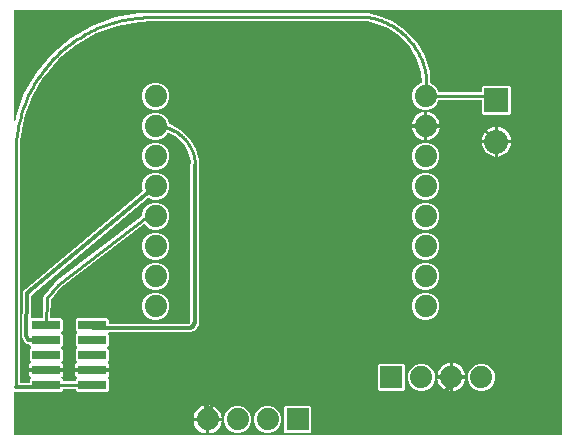
<source format=gbr>
G04 EAGLE Gerber X2 export*
%TF.Part,Single*%
%TF.FileFunction,Copper,L1,Top,Mixed*%
%TF.FilePolarity,Positive*%
%TF.GenerationSoftware,Autodesk,EAGLE,8.6.0*%
%TF.CreationDate,2018-10-27T03:19:52Z*%
G75*
%MOMM*%
%FSLAX34Y34*%
%LPD*%
%AMOC8*
5,1,8,0,0,1.08239X$1,22.5*%
G01*
%ADD10R,1.879600X1.879600*%
%ADD11C,1.879600*%
%ADD12R,2.400000X0.750000*%
%ADD13R,2.032000X2.032000*%
%ADD14C,2.032000*%
%ADD15C,0.254000*%
%ADD16C,0.304800*%

G36*
X468396Y3560D02*
X468396Y3560D01*
X468415Y3558D01*
X468517Y3580D01*
X468619Y3596D01*
X468636Y3606D01*
X468656Y3610D01*
X468745Y3663D01*
X468836Y3712D01*
X468850Y3726D01*
X468867Y3736D01*
X468934Y3815D01*
X469006Y3890D01*
X469014Y3908D01*
X469027Y3923D01*
X469066Y4019D01*
X469109Y4113D01*
X469111Y4133D01*
X469119Y4151D01*
X469137Y4318D01*
X469137Y362966D01*
X469134Y362986D01*
X469136Y363005D01*
X469114Y363107D01*
X469098Y363209D01*
X469088Y363226D01*
X469084Y363246D01*
X469031Y363335D01*
X468982Y363426D01*
X468968Y363440D01*
X468958Y363457D01*
X468879Y363524D01*
X468804Y363596D01*
X468786Y363604D01*
X468771Y363617D01*
X468675Y363656D01*
X468581Y363699D01*
X468561Y363701D01*
X468543Y363709D01*
X468376Y363727D01*
X5334Y363727D01*
X5314Y363724D01*
X5295Y363726D01*
X5193Y363704D01*
X5091Y363688D01*
X5074Y363678D01*
X5054Y363674D01*
X4965Y363621D01*
X4874Y363572D01*
X4860Y363558D01*
X4843Y363548D01*
X4776Y363469D01*
X4704Y363394D01*
X4696Y363376D01*
X4683Y363361D01*
X4644Y363265D01*
X4601Y363171D01*
X4599Y363151D01*
X4591Y363133D01*
X4573Y362966D01*
X4573Y270741D01*
X4575Y270727D01*
X4574Y270716D01*
X4582Y270679D01*
X4581Y270628D01*
X4602Y270564D01*
X4612Y270499D01*
X4639Y270448D01*
X4657Y270394D01*
X4696Y270340D01*
X4728Y270281D01*
X4769Y270242D01*
X4803Y270196D01*
X4858Y270158D01*
X4906Y270112D01*
X4958Y270088D01*
X5005Y270055D01*
X5069Y270036D01*
X5129Y270008D01*
X5186Y270002D01*
X5241Y269986D01*
X5307Y269989D01*
X5373Y269981D01*
X5429Y269993D01*
X5487Y269996D01*
X5549Y270019D01*
X5614Y270033D01*
X5663Y270063D01*
X5716Y270083D01*
X5768Y270126D01*
X5825Y270160D01*
X5862Y270203D01*
X5906Y270240D01*
X5942Y270296D01*
X5985Y270347D01*
X6006Y270400D01*
X6037Y270448D01*
X6061Y270532D01*
X6070Y270550D01*
X6071Y270559D01*
X6077Y270575D01*
X6079Y270592D01*
X6084Y270609D01*
X6628Y273698D01*
X13682Y293077D01*
X23993Y310936D01*
X37248Y326734D01*
X53046Y339989D01*
X70905Y350300D01*
X90284Y357354D01*
X110593Y360935D01*
X302961Y360935D01*
X302994Y360940D01*
X303028Y360938D01*
X303115Y360960D01*
X303204Y360974D01*
X303233Y360990D01*
X303266Y360999D01*
X303411Y361082D01*
X303441Y361104D01*
X304487Y360944D01*
X304520Y360944D01*
X304602Y360935D01*
X305660Y360935D01*
X305686Y360909D01*
X305713Y360889D01*
X305735Y360864D01*
X305813Y360818D01*
X305886Y360765D01*
X305918Y360755D01*
X305947Y360738D01*
X306109Y360694D01*
X311686Y359838D01*
X324655Y354708D01*
X336158Y346819D01*
X345617Y336570D01*
X352557Y324472D01*
X356632Y311133D01*
X357291Y302010D01*
X357312Y301923D01*
X357325Y301834D01*
X357340Y301804D01*
X357348Y301771D01*
X357396Y301695D01*
X357436Y301615D01*
X357460Y301591D01*
X357478Y301562D01*
X357548Y301505D01*
X357612Y301442D01*
X357650Y301421D01*
X357669Y301406D01*
X357698Y301395D01*
X357759Y301361D01*
X359789Y300520D01*
X363004Y297305D01*
X364124Y294603D01*
X364185Y294503D01*
X364245Y294403D01*
X364250Y294399D01*
X364253Y294394D01*
X364343Y294319D01*
X364432Y294243D01*
X364438Y294241D01*
X364443Y294237D01*
X364551Y294195D01*
X364660Y294151D01*
X364668Y294150D01*
X364673Y294149D01*
X364691Y294148D01*
X364827Y294133D01*
X400304Y294133D01*
X400324Y294136D01*
X400343Y294134D01*
X400445Y294156D01*
X400547Y294172D01*
X400564Y294182D01*
X400584Y294186D01*
X400673Y294239D01*
X400764Y294288D01*
X400778Y294302D01*
X400795Y294312D01*
X400862Y294391D01*
X400934Y294466D01*
X400942Y294484D01*
X400955Y294499D01*
X400994Y294595D01*
X401037Y294689D01*
X401039Y294709D01*
X401047Y294727D01*
X401065Y294894D01*
X401065Y298276D01*
X402256Y299467D01*
X424260Y299467D01*
X425451Y298276D01*
X425451Y276272D01*
X424260Y275081D01*
X402256Y275081D01*
X401065Y276272D01*
X401065Y286766D01*
X401064Y286776D01*
X401064Y286781D01*
X401062Y286789D01*
X401064Y286805D01*
X401042Y286907D01*
X401026Y287009D01*
X401016Y287026D01*
X401012Y287046D01*
X400959Y287135D01*
X400910Y287226D01*
X400896Y287240D01*
X400886Y287257D01*
X400807Y287324D01*
X400732Y287396D01*
X400714Y287404D01*
X400699Y287417D01*
X400603Y287456D01*
X400509Y287499D01*
X400489Y287501D01*
X400471Y287509D01*
X400304Y287527D01*
X364827Y287527D01*
X364712Y287508D01*
X364596Y287491D01*
X364591Y287489D01*
X364584Y287488D01*
X364482Y287433D01*
X364377Y287380D01*
X364373Y287375D01*
X364367Y287372D01*
X364287Y287288D01*
X364205Y287204D01*
X364201Y287198D01*
X364198Y287194D01*
X364190Y287177D01*
X364124Y287057D01*
X363004Y284355D01*
X359789Y281140D01*
X355588Y279399D01*
X351040Y279399D01*
X346839Y281140D01*
X343624Y284355D01*
X341883Y288556D01*
X341883Y293104D01*
X343624Y297305D01*
X346839Y300520D01*
X349820Y301755D01*
X349838Y301767D01*
X349859Y301773D01*
X349942Y301831D01*
X350029Y301885D01*
X350043Y301901D01*
X350060Y301914D01*
X350121Y301996D01*
X350186Y302074D01*
X350194Y302094D01*
X350206Y302112D01*
X350238Y302209D01*
X350274Y302304D01*
X350275Y302325D01*
X350282Y302346D01*
X350288Y302513D01*
X349764Y309766D01*
X349764Y309768D01*
X349764Y309769D01*
X349733Y309934D01*
X346166Y321611D01*
X346165Y321612D01*
X346165Y321614D01*
X346098Y321767D01*
X340022Y332358D01*
X340021Y332359D01*
X340021Y332361D01*
X339921Y332496D01*
X331641Y341469D01*
X331640Y341470D01*
X331639Y341471D01*
X331512Y341580D01*
X321442Y348486D01*
X321441Y348487D01*
X321440Y348487D01*
X321292Y348566D01*
X309938Y353058D01*
X309906Y353065D01*
X309815Y353095D01*
X304055Y354313D01*
X304040Y354313D01*
X303898Y354329D01*
X120904Y354329D01*
X120891Y354327D01*
X120871Y354329D01*
X111241Y353908D01*
X111210Y353902D01*
X111142Y353897D01*
X92175Y350553D01*
X92145Y350543D01*
X92047Y350519D01*
X73949Y343931D01*
X73921Y343916D01*
X73828Y343875D01*
X57149Y334245D01*
X57125Y334225D01*
X57040Y334169D01*
X57039Y334168D01*
X42286Y321789D01*
X42266Y321766D01*
X42193Y321696D01*
X29813Y306942D01*
X29797Y306915D01*
X29737Y306833D01*
X20107Y290154D01*
X20096Y290124D01*
X20051Y290033D01*
X13463Y271935D01*
X13458Y271904D01*
X13429Y271807D01*
X10085Y252840D01*
X10084Y252808D01*
X10074Y252741D01*
X9653Y243111D01*
X9655Y243099D01*
X9653Y243078D01*
X9653Y48514D01*
X9656Y48494D01*
X9654Y48475D01*
X9676Y48373D01*
X9692Y48271D01*
X9702Y48254D01*
X9706Y48234D01*
X9759Y48145D01*
X9808Y48054D01*
X9822Y48040D01*
X9832Y48023D01*
X9911Y47956D01*
X9986Y47884D01*
X10004Y47876D01*
X10019Y47863D01*
X10115Y47824D01*
X10209Y47781D01*
X10229Y47779D01*
X10247Y47771D01*
X10414Y47753D01*
X17268Y47753D01*
X17288Y47756D01*
X17307Y47754D01*
X17409Y47776D01*
X17511Y47792D01*
X17528Y47802D01*
X17548Y47806D01*
X17637Y47859D01*
X17728Y47908D01*
X17742Y47922D01*
X17759Y47932D01*
X17826Y48011D01*
X17898Y48086D01*
X17906Y48104D01*
X17919Y48119D01*
X17958Y48215D01*
X18001Y48309D01*
X18003Y48329D01*
X18011Y48347D01*
X18029Y48514D01*
X18029Y50820D01*
X18975Y51765D01*
X19021Y51830D01*
X19039Y51849D01*
X19047Y51866D01*
X19115Y51958D01*
X19116Y51962D01*
X19118Y51965D01*
X19153Y52078D01*
X19189Y52192D01*
X19189Y52196D01*
X19191Y52200D01*
X19188Y52319D01*
X19186Y52438D01*
X19184Y52442D01*
X19184Y52446D01*
X19144Y52557D01*
X19104Y52670D01*
X19101Y52673D01*
X19100Y52677D01*
X19026Y52770D01*
X18952Y52864D01*
X18948Y52867D01*
X18946Y52869D01*
X18934Y52877D01*
X18817Y52963D01*
X18502Y53145D01*
X18029Y53618D01*
X17694Y54197D01*
X17521Y54844D01*
X17521Y57405D01*
X31300Y57405D01*
X31320Y57408D01*
X31339Y57406D01*
X31441Y57428D01*
X31543Y57445D01*
X31560Y57454D01*
X31580Y57458D01*
X31669Y57511D01*
X31760Y57560D01*
X31774Y57574D01*
X31791Y57584D01*
X31858Y57663D01*
X31929Y57738D01*
X31938Y57756D01*
X31951Y57771D01*
X31990Y57867D01*
X32033Y57961D01*
X32035Y57981D01*
X32043Y57999D01*
X32061Y58166D01*
X32061Y59690D01*
X32058Y59710D01*
X32060Y59729D01*
X32038Y59831D01*
X32021Y59933D01*
X32012Y59950D01*
X32008Y59970D01*
X31955Y60059D01*
X31906Y60150D01*
X31892Y60164D01*
X31882Y60181D01*
X31803Y60248D01*
X31728Y60319D01*
X31710Y60328D01*
X31695Y60341D01*
X31599Y60380D01*
X31505Y60423D01*
X31485Y60425D01*
X31467Y60433D01*
X31300Y60451D01*
X17521Y60451D01*
X17521Y63012D01*
X17694Y63659D01*
X18029Y64238D01*
X18502Y64711D01*
X18817Y64893D01*
X18909Y64968D01*
X19002Y65043D01*
X19004Y65046D01*
X19007Y65049D01*
X19070Y65149D01*
X19135Y65250D01*
X19136Y65254D01*
X19138Y65257D01*
X19166Y65373D01*
X19195Y65488D01*
X19195Y65492D01*
X19196Y65496D01*
X19185Y65613D01*
X19176Y65733D01*
X19174Y65737D01*
X19174Y65741D01*
X19126Y65850D01*
X19080Y65960D01*
X19076Y65964D01*
X19075Y65967D01*
X19066Y65977D01*
X18975Y66091D01*
X18029Y67036D01*
X18029Y76220D01*
X19249Y77440D01*
X19261Y77456D01*
X19276Y77468D01*
X19332Y77556D01*
X19393Y77639D01*
X19398Y77658D01*
X19409Y77675D01*
X19434Y77776D01*
X19465Y77875D01*
X19464Y77894D01*
X19469Y77914D01*
X19461Y78017D01*
X19459Y78120D01*
X19452Y78139D01*
X19450Y78159D01*
X19410Y78254D01*
X19374Y78351D01*
X19362Y78367D01*
X19354Y78385D01*
X19249Y78516D01*
X18029Y79736D01*
X18029Y79879D01*
X18023Y79920D01*
X18025Y79961D01*
X18003Y80040D01*
X17990Y80122D01*
X17970Y80158D01*
X17959Y80198D01*
X17913Y80266D01*
X17874Y80339D01*
X17845Y80367D01*
X17821Y80402D01*
X17756Y80452D01*
X17696Y80509D01*
X17659Y80526D01*
X17626Y80551D01*
X17548Y80577D01*
X17473Y80612D01*
X17432Y80617D01*
X17393Y80630D01*
X17310Y80630D01*
X17229Y80639D01*
X17188Y80630D01*
X17147Y80631D01*
X16994Y80588D01*
X16988Y80587D01*
X16987Y80586D01*
X16985Y80586D01*
X16717Y80479D01*
X16178Y80710D01*
X16110Y80727D01*
X16044Y80753D01*
X15970Y80761D01*
X15939Y80769D01*
X15917Y80767D01*
X15878Y80771D01*
X15291Y80771D01*
X14837Y81225D01*
X14788Y81261D01*
X14745Y81304D01*
X14664Y81350D01*
X14637Y81369D01*
X14622Y81373D01*
X14599Y81386D01*
X14009Y81639D01*
X13791Y82184D01*
X13755Y82244D01*
X13727Y82309D01*
X13681Y82367D01*
X13664Y82395D01*
X13647Y82409D01*
X13622Y82440D01*
X13207Y82855D01*
X13207Y83496D01*
X13205Y83513D01*
X13206Y83527D01*
X13197Y83568D01*
X13198Y83618D01*
X13173Y83707D01*
X13168Y83739D01*
X13160Y83754D01*
X13153Y83779D01*
X12249Y86039D01*
X12217Y86092D01*
X12194Y86150D01*
X12139Y86221D01*
X12122Y86249D01*
X12112Y86258D01*
X12109Y86263D01*
X12104Y86267D01*
X12092Y86283D01*
X11653Y86741D01*
X11665Y87335D01*
X11656Y87403D01*
X11656Y87472D01*
X11635Y87546D01*
X11631Y87578D01*
X11621Y87598D01*
X11611Y87634D01*
X11391Y88185D01*
X11641Y88769D01*
X11656Y88829D01*
X11680Y88886D01*
X11692Y88976D01*
X11700Y89007D01*
X11698Y89024D01*
X11702Y89052D01*
X12411Y122154D01*
X12402Y122219D01*
X12403Y122285D01*
X12385Y122340D01*
X12377Y122398D01*
X12347Y122457D01*
X12327Y122519D01*
X12326Y122520D01*
X12446Y123868D01*
X12445Y123888D01*
X12449Y123920D01*
X12478Y125284D01*
X12484Y125296D01*
X12519Y125342D01*
X12540Y125404D01*
X12570Y125463D01*
X12570Y125464D01*
X13608Y126333D01*
X13621Y126347D01*
X13646Y126367D01*
X14632Y127311D01*
X14644Y127315D01*
X14702Y127323D01*
X14761Y127353D01*
X14823Y127373D01*
X14892Y127419D01*
X14922Y127434D01*
X14935Y127448D01*
X14963Y127466D01*
X113670Y210029D01*
X113688Y210050D01*
X113711Y210066D01*
X113768Y210143D01*
X113790Y210168D01*
X113809Y210189D01*
X113811Y210193D01*
X113831Y210215D01*
X113841Y210241D01*
X113858Y210263D01*
X113887Y210354D01*
X113894Y210372D01*
X113913Y210412D01*
X113914Y210419D01*
X113923Y210443D01*
X113925Y210471D01*
X113934Y210497D01*
X113933Y210592D01*
X113940Y210656D01*
X113938Y210667D01*
X113939Y210688D01*
X113932Y210715D01*
X113931Y210743D01*
X113890Y210885D01*
X113888Y210897D01*
X113886Y210899D01*
X113885Y210904D01*
X113283Y212356D01*
X113283Y216904D01*
X115024Y221105D01*
X118239Y224320D01*
X122440Y226061D01*
X126988Y226061D01*
X131189Y224320D01*
X134404Y221105D01*
X136145Y216904D01*
X136145Y212356D01*
X134404Y208155D01*
X131189Y204940D01*
X126988Y203199D01*
X122440Y203199D01*
X118955Y204643D01*
X118873Y204662D01*
X118795Y204690D01*
X118754Y204690D01*
X118715Y204699D01*
X118632Y204691D01*
X118549Y204692D01*
X118511Y204680D01*
X118470Y204676D01*
X118394Y204642D01*
X118315Y204616D01*
X118271Y204587D01*
X118246Y204576D01*
X118224Y204556D01*
X118175Y204524D01*
X19789Y122228D01*
X19713Y122140D01*
X19635Y122053D01*
X19632Y122047D01*
X19628Y122042D01*
X19584Y121935D01*
X19538Y121827D01*
X19537Y121819D01*
X19535Y121814D01*
X19534Y121795D01*
X19516Y121661D01*
X19129Y103588D01*
X19133Y103560D01*
X19129Y103533D01*
X19150Y103439D01*
X19163Y103345D01*
X19176Y103320D01*
X19182Y103292D01*
X19231Y103210D01*
X19274Y103125D01*
X19294Y103105D01*
X19308Y103081D01*
X19380Y103019D01*
X19448Y102952D01*
X19473Y102939D01*
X19495Y102921D01*
X19583Y102885D01*
X19669Y102843D01*
X19697Y102840D01*
X19723Y102829D01*
X19890Y102811D01*
X28218Y102811D01*
X28225Y102812D01*
X28232Y102811D01*
X28346Y102832D01*
X28461Y102850D01*
X28467Y102854D01*
X28474Y102855D01*
X28576Y102911D01*
X28678Y102966D01*
X28683Y102971D01*
X28689Y102974D01*
X28768Y103060D01*
X28848Y103144D01*
X28851Y103150D01*
X28855Y103155D01*
X28902Y103262D01*
X28951Y103367D01*
X28952Y103374D01*
X28955Y103380D01*
X28979Y103546D01*
X29513Y119246D01*
X29509Y119277D01*
X29512Y119306D01*
X29509Y119323D01*
X29509Y119358D01*
X29388Y120420D01*
X29404Y120440D01*
X29421Y120471D01*
X29445Y120497D01*
X29481Y120578D01*
X29524Y120654D01*
X29530Y120689D01*
X29545Y120722D01*
X29569Y120888D01*
X29570Y120913D01*
X30350Y121643D01*
X30370Y121669D01*
X30426Y121725D01*
X38457Y131817D01*
X38516Y131924D01*
X38576Y132029D01*
X38576Y132031D01*
X38577Y132032D01*
X38578Y132038D01*
X38616Y132192D01*
X38647Y132431D01*
X39337Y132960D01*
X39343Y132966D01*
X39351Y132971D01*
X39469Y133090D01*
X40010Y133770D01*
X40250Y133797D01*
X40365Y133830D01*
X40484Y133863D01*
X40485Y133864D01*
X40486Y133864D01*
X40491Y133867D01*
X40627Y133950D01*
X112985Y189461D01*
X112998Y189474D01*
X113013Y189483D01*
X113082Y189564D01*
X113139Y189625D01*
X113149Y189635D01*
X113154Y189640D01*
X113161Y189657D01*
X113173Y189670D01*
X113212Y189768D01*
X113256Y189864D01*
X113258Y189882D01*
X113265Y189898D01*
X113283Y190065D01*
X113283Y191504D01*
X115024Y195705D01*
X118239Y198920D01*
X122440Y200661D01*
X126988Y200661D01*
X131189Y198920D01*
X134404Y195705D01*
X136145Y191504D01*
X136145Y186956D01*
X134404Y182755D01*
X131189Y179540D01*
X126988Y177799D01*
X122440Y177799D01*
X118239Y179540D01*
X115527Y182252D01*
X115451Y182306D01*
X115380Y182366D01*
X115352Y182377D01*
X115327Y182395D01*
X115238Y182422D01*
X115151Y182457D01*
X115121Y182459D01*
X115092Y182467D01*
X114999Y182465D01*
X114906Y182470D01*
X114877Y182462D01*
X114846Y182461D01*
X114759Y182429D01*
X114669Y182404D01*
X114636Y182384D01*
X114615Y182377D01*
X114590Y182356D01*
X114525Y182317D01*
X44149Y128326D01*
X44143Y128320D01*
X44135Y128315D01*
X44017Y128196D01*
X36244Y118428D01*
X36227Y118397D01*
X36203Y118371D01*
X36167Y118290D01*
X36124Y118213D01*
X36118Y118178D01*
X36103Y118146D01*
X36079Y117980D01*
X35590Y103598D01*
X35594Y103565D01*
X35591Y103533D01*
X35610Y103444D01*
X35622Y103354D01*
X35636Y103324D01*
X35643Y103292D01*
X35689Y103214D01*
X35729Y103133D01*
X35752Y103109D01*
X35769Y103081D01*
X35838Y103022D01*
X35902Y102957D01*
X35931Y102943D01*
X35956Y102921D01*
X36040Y102887D01*
X36121Y102846D01*
X36154Y102841D01*
X36184Y102829D01*
X36351Y102811D01*
X44904Y102811D01*
X46095Y101620D01*
X46095Y92436D01*
X44875Y91216D01*
X44863Y91200D01*
X44848Y91188D01*
X44792Y91100D01*
X44731Y91017D01*
X44726Y90998D01*
X44715Y90981D01*
X44690Y90880D01*
X44659Y90781D01*
X44660Y90762D01*
X44655Y90742D01*
X44663Y90639D01*
X44665Y90536D01*
X44672Y90517D01*
X44674Y90497D01*
X44714Y90402D01*
X44750Y90305D01*
X44762Y90289D01*
X44770Y90271D01*
X44875Y90140D01*
X46095Y88920D01*
X46095Y79736D01*
X44875Y78516D01*
X44863Y78500D01*
X44848Y78488D01*
X44792Y78400D01*
X44731Y78317D01*
X44726Y78298D01*
X44715Y78281D01*
X44690Y78180D01*
X44659Y78081D01*
X44660Y78062D01*
X44655Y78042D01*
X44663Y77939D01*
X44665Y77836D01*
X44672Y77817D01*
X44674Y77797D01*
X44714Y77702D01*
X44750Y77605D01*
X44762Y77589D01*
X44770Y77571D01*
X44875Y77440D01*
X46095Y76220D01*
X46095Y67036D01*
X45149Y66091D01*
X45080Y65994D01*
X45009Y65898D01*
X45008Y65894D01*
X45006Y65891D01*
X44971Y65778D01*
X44935Y65664D01*
X44935Y65660D01*
X44933Y65656D01*
X44936Y65537D01*
X44938Y65418D01*
X44940Y65414D01*
X44940Y65410D01*
X44980Y65299D01*
X45020Y65186D01*
X45023Y65183D01*
X45024Y65179D01*
X45098Y65086D01*
X45172Y64992D01*
X45176Y64989D01*
X45178Y64987D01*
X45190Y64979D01*
X45307Y64893D01*
X45622Y64711D01*
X46095Y64238D01*
X46430Y63659D01*
X46603Y63012D01*
X46603Y60451D01*
X32824Y60451D01*
X32804Y60448D01*
X32785Y60450D01*
X32683Y60428D01*
X32581Y60411D01*
X32564Y60402D01*
X32544Y60398D01*
X32455Y60345D01*
X32364Y60296D01*
X32350Y60282D01*
X32333Y60272D01*
X32266Y60193D01*
X32195Y60118D01*
X32186Y60100D01*
X32173Y60085D01*
X32134Y59989D01*
X32091Y59895D01*
X32089Y59875D01*
X32081Y59857D01*
X32063Y59690D01*
X32063Y58166D01*
X32066Y58146D01*
X32064Y58127D01*
X32086Y58025D01*
X32103Y57923D01*
X32112Y57906D01*
X32116Y57886D01*
X32169Y57797D01*
X32218Y57706D01*
X32232Y57692D01*
X32242Y57675D01*
X32321Y57608D01*
X32396Y57537D01*
X32414Y57528D01*
X32429Y57515D01*
X32525Y57476D01*
X32619Y57433D01*
X32639Y57431D01*
X32657Y57423D01*
X32824Y57405D01*
X46603Y57405D01*
X46603Y54844D01*
X46430Y54197D01*
X46095Y53618D01*
X45622Y53145D01*
X45307Y52963D01*
X45215Y52888D01*
X45122Y52813D01*
X45120Y52810D01*
X45117Y52807D01*
X45054Y52707D01*
X44989Y52606D01*
X44988Y52602D01*
X44986Y52599D01*
X44958Y52483D01*
X44929Y52368D01*
X44929Y52364D01*
X44928Y52360D01*
X44939Y52241D01*
X44948Y52123D01*
X44950Y52119D01*
X44950Y52115D01*
X44998Y52006D01*
X45044Y51896D01*
X45048Y51892D01*
X45049Y51889D01*
X45058Y51879D01*
X45132Y51787D01*
X45133Y51786D01*
X45133Y51785D01*
X45149Y51765D01*
X46095Y50820D01*
X46095Y50292D01*
X46098Y50272D01*
X46096Y50253D01*
X46118Y50151D01*
X46134Y50049D01*
X46144Y50032D01*
X46148Y50012D01*
X46201Y49923D01*
X46250Y49832D01*
X46264Y49818D01*
X46274Y49801D01*
X46353Y49734D01*
X46428Y49662D01*
X46446Y49654D01*
X46461Y49641D01*
X46557Y49602D01*
X46651Y49559D01*
X46671Y49557D01*
X46689Y49549D01*
X46856Y49531D01*
X56268Y49531D01*
X56288Y49534D01*
X56307Y49532D01*
X56409Y49554D01*
X56511Y49570D01*
X56528Y49580D01*
X56548Y49584D01*
X56637Y49637D01*
X56728Y49686D01*
X56742Y49700D01*
X56759Y49710D01*
X56826Y49789D01*
X56898Y49864D01*
X56906Y49882D01*
X56919Y49897D01*
X56957Y49993D01*
X57001Y50087D01*
X57003Y50107D01*
X57011Y50125D01*
X57029Y50292D01*
X57029Y50820D01*
X57975Y51765D01*
X58021Y51830D01*
X58039Y51849D01*
X58047Y51866D01*
X58115Y51958D01*
X58116Y51962D01*
X58118Y51965D01*
X58153Y52078D01*
X58189Y52192D01*
X58189Y52196D01*
X58191Y52200D01*
X58188Y52319D01*
X58186Y52438D01*
X58184Y52442D01*
X58184Y52446D01*
X58144Y52557D01*
X58104Y52670D01*
X58101Y52673D01*
X58100Y52677D01*
X58026Y52770D01*
X57952Y52864D01*
X57948Y52867D01*
X57946Y52869D01*
X57934Y52877D01*
X57817Y52963D01*
X57502Y53145D01*
X57029Y53618D01*
X56694Y54197D01*
X56521Y54844D01*
X56521Y57405D01*
X70300Y57405D01*
X70320Y57408D01*
X70339Y57406D01*
X70441Y57428D01*
X70543Y57445D01*
X70560Y57454D01*
X70580Y57458D01*
X70669Y57511D01*
X70760Y57560D01*
X70774Y57574D01*
X70791Y57584D01*
X70858Y57663D01*
X70929Y57738D01*
X70938Y57756D01*
X70951Y57771D01*
X70990Y57867D01*
X71033Y57961D01*
X71035Y57981D01*
X71043Y57999D01*
X71061Y58166D01*
X71061Y59690D01*
X71058Y59710D01*
X71060Y59729D01*
X71038Y59831D01*
X71021Y59933D01*
X71012Y59950D01*
X71008Y59970D01*
X70955Y60059D01*
X70906Y60150D01*
X70892Y60164D01*
X70882Y60181D01*
X70803Y60248D01*
X70728Y60319D01*
X70710Y60328D01*
X70695Y60341D01*
X70599Y60380D01*
X70505Y60423D01*
X70485Y60425D01*
X70467Y60433D01*
X70300Y60451D01*
X56521Y60451D01*
X56521Y63012D01*
X56694Y63659D01*
X57029Y64238D01*
X57502Y64711D01*
X57817Y64893D01*
X57909Y64968D01*
X58002Y65043D01*
X58004Y65046D01*
X58007Y65049D01*
X58070Y65149D01*
X58135Y65250D01*
X58136Y65254D01*
X58138Y65257D01*
X58166Y65373D01*
X58195Y65488D01*
X58195Y65492D01*
X58196Y65496D01*
X58185Y65613D01*
X58176Y65733D01*
X58174Y65737D01*
X58174Y65741D01*
X58126Y65850D01*
X58080Y65960D01*
X58076Y65964D01*
X58075Y65967D01*
X58066Y65977D01*
X57975Y66091D01*
X57029Y67036D01*
X57029Y76220D01*
X58249Y77440D01*
X58261Y77456D01*
X58276Y77468D01*
X58332Y77556D01*
X58393Y77639D01*
X58398Y77658D01*
X58409Y77675D01*
X58434Y77776D01*
X58465Y77875D01*
X58464Y77894D01*
X58469Y77914D01*
X58461Y78017D01*
X58459Y78120D01*
X58452Y78139D01*
X58450Y78159D01*
X58410Y78254D01*
X58374Y78351D01*
X58362Y78367D01*
X58354Y78385D01*
X58249Y78516D01*
X57029Y79736D01*
X57029Y88920D01*
X58249Y90140D01*
X58261Y90156D01*
X58276Y90168D01*
X58332Y90256D01*
X58393Y90339D01*
X58398Y90358D01*
X58409Y90375D01*
X58434Y90476D01*
X58465Y90575D01*
X58464Y90594D01*
X58469Y90614D01*
X58461Y90717D01*
X58459Y90820D01*
X58452Y90839D01*
X58450Y90859D01*
X58410Y90954D01*
X58374Y91051D01*
X58362Y91067D01*
X58354Y91085D01*
X58249Y91216D01*
X57029Y92436D01*
X57029Y101620D01*
X58220Y102811D01*
X83904Y102811D01*
X85095Y101620D01*
X85095Y98552D01*
X85098Y98532D01*
X85096Y98513D01*
X85118Y98411D01*
X85134Y98309D01*
X85144Y98292D01*
X85148Y98272D01*
X85201Y98183D01*
X85250Y98092D01*
X85264Y98078D01*
X85274Y98061D01*
X85353Y97994D01*
X85428Y97922D01*
X85446Y97914D01*
X85461Y97901D01*
X85557Y97862D01*
X85651Y97819D01*
X85671Y97817D01*
X85689Y97809D01*
X85856Y97791D01*
X152146Y97791D01*
X152177Y97796D01*
X152245Y97797D01*
X152574Y97841D01*
X152637Y97859D01*
X152702Y97869D01*
X152778Y97902D01*
X152810Y97912D01*
X152825Y97923D01*
X152855Y97936D01*
X153425Y98265D01*
X153514Y98338D01*
X153604Y98408D01*
X153610Y98416D01*
X153615Y98420D01*
X153627Y98440D01*
X153703Y98543D01*
X154032Y99113D01*
X154055Y99174D01*
X154087Y99231D01*
X154107Y99312D01*
X154119Y99343D01*
X154120Y99362D01*
X154127Y99394D01*
X154171Y99723D01*
X154170Y99754D01*
X154177Y99822D01*
X154177Y233375D01*
X154337Y233535D01*
X154404Y233628D01*
X154474Y233721D01*
X154476Y233728D01*
X154480Y233734D01*
X154514Y233845D01*
X154550Y233955D01*
X154551Y233964D01*
X154553Y233969D01*
X154552Y233990D01*
X154558Y234123D01*
X154434Y236018D01*
X154428Y236042D01*
X154409Y236166D01*
X152436Y243531D01*
X152429Y243546D01*
X152427Y243561D01*
X152401Y243620D01*
X152399Y243630D01*
X152391Y243644D01*
X152360Y243715D01*
X148547Y250319D01*
X148537Y250331D01*
X148531Y250345D01*
X148426Y250476D01*
X143034Y255868D01*
X143021Y255877D01*
X143012Y255890D01*
X142877Y255989D01*
X136273Y259802D01*
X136258Y259807D01*
X136245Y259817D01*
X136089Y259878D01*
X135562Y260019D01*
X135469Y260028D01*
X135377Y260045D01*
X135347Y260041D01*
X135317Y260044D01*
X135226Y260023D01*
X135134Y260009D01*
X135107Y259996D01*
X135077Y259989D01*
X134998Y259940D01*
X134915Y259898D01*
X134893Y259876D01*
X134867Y259860D01*
X134808Y259789D01*
X134742Y259722D01*
X134724Y259689D01*
X134710Y259672D01*
X134698Y259641D01*
X134661Y259575D01*
X134404Y258955D01*
X131189Y255740D01*
X126988Y253999D01*
X122440Y253999D01*
X118239Y255740D01*
X115024Y258955D01*
X113283Y263156D01*
X113283Y267704D01*
X115024Y271905D01*
X118239Y275120D01*
X122440Y276861D01*
X126988Y276861D01*
X131189Y275120D01*
X134404Y271905D01*
X136145Y267704D01*
X136145Y267544D01*
X136152Y267501D01*
X136150Y267457D01*
X136172Y267380D01*
X136184Y267302D01*
X136205Y267263D01*
X136217Y267221D01*
X136262Y267155D01*
X136300Y267084D01*
X136331Y267054D01*
X136356Y267018D01*
X136420Y266970D01*
X136478Y266915D01*
X136518Y266896D01*
X136553Y266870D01*
X136689Y266817D01*
X136701Y266811D01*
X136704Y266811D01*
X136709Y266809D01*
X138832Y266240D01*
X147173Y261425D01*
X153983Y254615D01*
X158798Y246274D01*
X161291Y236971D01*
X161291Y234199D01*
X161293Y234186D01*
X161292Y234176D01*
X161303Y234126D01*
X161305Y234108D01*
X161313Y234018D01*
X161325Y233988D01*
X161330Y233956D01*
X161373Y233875D01*
X161409Y233791D01*
X161435Y233759D01*
X161446Y233738D01*
X161469Y233716D01*
X161514Y233660D01*
X161545Y233629D01*
X161545Y230683D01*
X161514Y230652D01*
X161461Y230578D01*
X161401Y230508D01*
X161389Y230478D01*
X161370Y230452D01*
X161343Y230365D01*
X161309Y230280D01*
X161305Y230239D01*
X161298Y230217D01*
X161299Y230185D01*
X161291Y230113D01*
X161291Y97372D01*
X158840Y93128D01*
X154596Y90677D01*
X85175Y90677D01*
X85105Y90666D01*
X85033Y90664D01*
X84984Y90646D01*
X84933Y90638D01*
X84869Y90604D01*
X84802Y90579D01*
X84761Y90547D01*
X84715Y90522D01*
X84666Y90471D01*
X84610Y90426D01*
X84582Y90382D01*
X84546Y90344D01*
X84516Y90279D01*
X84477Y90219D01*
X84464Y90168D01*
X84442Y90121D01*
X84434Y90050D01*
X84417Y89980D01*
X84421Y89928D01*
X84415Y89877D01*
X84430Y89806D01*
X84436Y89735D01*
X84456Y89687D01*
X84467Y89636D01*
X84504Y89575D01*
X84532Y89509D01*
X84577Y89453D01*
X84593Y89425D01*
X84611Y89410D01*
X84637Y89378D01*
X85095Y88920D01*
X85095Y79736D01*
X83875Y78516D01*
X83863Y78500D01*
X83848Y78488D01*
X83792Y78400D01*
X83731Y78317D01*
X83726Y78298D01*
X83715Y78281D01*
X83690Y78180D01*
X83659Y78081D01*
X83660Y78062D01*
X83655Y78042D01*
X83663Y77939D01*
X83665Y77836D01*
X83672Y77817D01*
X83674Y77797D01*
X83714Y77702D01*
X83750Y77605D01*
X83762Y77589D01*
X83770Y77571D01*
X83875Y77440D01*
X85095Y76220D01*
X85095Y67036D01*
X84149Y66091D01*
X84080Y65994D01*
X84009Y65898D01*
X84008Y65894D01*
X84006Y65891D01*
X83971Y65778D01*
X83935Y65664D01*
X83935Y65660D01*
X83933Y65656D01*
X83936Y65537D01*
X83938Y65418D01*
X83940Y65414D01*
X83940Y65410D01*
X83980Y65299D01*
X84020Y65186D01*
X84023Y65183D01*
X84024Y65179D01*
X84098Y65086D01*
X84172Y64992D01*
X84176Y64989D01*
X84178Y64987D01*
X84190Y64979D01*
X84307Y64893D01*
X84622Y64711D01*
X85095Y64238D01*
X85430Y63659D01*
X85603Y63012D01*
X85603Y60451D01*
X71824Y60451D01*
X71804Y60448D01*
X71785Y60450D01*
X71683Y60428D01*
X71581Y60411D01*
X71564Y60402D01*
X71544Y60398D01*
X71455Y60345D01*
X71364Y60296D01*
X71350Y60282D01*
X71333Y60272D01*
X71266Y60193D01*
X71195Y60118D01*
X71186Y60100D01*
X71173Y60085D01*
X71134Y59989D01*
X71091Y59895D01*
X71089Y59875D01*
X71081Y59857D01*
X71063Y59690D01*
X71063Y58166D01*
X71066Y58146D01*
X71064Y58127D01*
X71086Y58025D01*
X71103Y57923D01*
X71112Y57906D01*
X71116Y57886D01*
X71169Y57797D01*
X71218Y57706D01*
X71232Y57692D01*
X71242Y57675D01*
X71321Y57608D01*
X71396Y57537D01*
X71414Y57528D01*
X71429Y57515D01*
X71525Y57476D01*
X71619Y57433D01*
X71639Y57431D01*
X71657Y57423D01*
X71824Y57405D01*
X85603Y57405D01*
X85603Y54844D01*
X85430Y54197D01*
X85095Y53618D01*
X84622Y53145D01*
X84307Y52963D01*
X84215Y52888D01*
X84122Y52813D01*
X84120Y52810D01*
X84117Y52807D01*
X84054Y52707D01*
X83989Y52606D01*
X83988Y52602D01*
X83986Y52599D01*
X83958Y52483D01*
X83929Y52368D01*
X83929Y52364D01*
X83928Y52360D01*
X83939Y52241D01*
X83948Y52123D01*
X83950Y52119D01*
X83950Y52115D01*
X83998Y52006D01*
X84044Y51896D01*
X84048Y51892D01*
X84049Y51889D01*
X84058Y51879D01*
X84132Y51787D01*
X84133Y51786D01*
X84133Y51785D01*
X84149Y51765D01*
X85095Y50820D01*
X85095Y41636D01*
X83904Y40445D01*
X58220Y40445D01*
X57029Y41636D01*
X57029Y42164D01*
X57026Y42184D01*
X57028Y42203D01*
X57006Y42305D01*
X56990Y42407D01*
X56980Y42424D01*
X56976Y42444D01*
X56923Y42533D01*
X56874Y42624D01*
X56860Y42638D01*
X56850Y42655D01*
X56771Y42722D01*
X56696Y42794D01*
X56678Y42802D01*
X56663Y42815D01*
X56567Y42854D01*
X56473Y42897D01*
X56453Y42899D01*
X56435Y42907D01*
X56268Y42925D01*
X46856Y42925D01*
X46836Y42922D01*
X46817Y42924D01*
X46715Y42902D01*
X46613Y42886D01*
X46596Y42876D01*
X46576Y42872D01*
X46487Y42819D01*
X46396Y42770D01*
X46382Y42756D01*
X46365Y42746D01*
X46298Y42667D01*
X46226Y42592D01*
X46218Y42574D01*
X46205Y42559D01*
X46166Y42463D01*
X46123Y42369D01*
X46121Y42349D01*
X46113Y42331D01*
X46095Y42164D01*
X46095Y41636D01*
X44904Y40445D01*
X19209Y40445D01*
X19175Y40470D01*
X19106Y40529D01*
X19076Y40541D01*
X19049Y40560D01*
X18962Y40587D01*
X18877Y40621D01*
X18837Y40625D01*
X18814Y40632D01*
X18782Y40631D01*
X18711Y40639D01*
X5334Y40639D01*
X5314Y40636D01*
X5295Y40638D01*
X5193Y40616D01*
X5091Y40600D01*
X5074Y40590D01*
X5054Y40586D01*
X4965Y40533D01*
X4874Y40484D01*
X4860Y40470D01*
X4843Y40460D01*
X4776Y40381D01*
X4704Y40306D01*
X4696Y40288D01*
X4683Y40273D01*
X4644Y40177D01*
X4601Y40083D01*
X4599Y40063D01*
X4591Y40045D01*
X4573Y39878D01*
X4573Y4318D01*
X4576Y4298D01*
X4574Y4279D01*
X4596Y4177D01*
X4612Y4075D01*
X4622Y4058D01*
X4626Y4038D01*
X4679Y3949D01*
X4728Y3858D01*
X4742Y3844D01*
X4752Y3827D01*
X4831Y3760D01*
X4906Y3688D01*
X4924Y3680D01*
X4939Y3667D01*
X5035Y3628D01*
X5129Y3585D01*
X5149Y3583D01*
X5167Y3575D01*
X5334Y3557D01*
X468376Y3557D01*
X468396Y3560D01*
G37*
%LPC*%
G36*
X234616Y5587D02*
X234616Y5587D01*
X233425Y6778D01*
X233425Y27258D01*
X234616Y28449D01*
X255096Y28449D01*
X256287Y27258D01*
X256287Y6778D01*
X255096Y5587D01*
X234616Y5587D01*
G37*
%LPD*%
%LPC*%
G36*
X314118Y41401D02*
X314118Y41401D01*
X312927Y42592D01*
X312927Y63072D01*
X314118Y64263D01*
X334598Y64263D01*
X335789Y63072D01*
X335789Y42592D01*
X334598Y41401D01*
X314118Y41401D01*
G37*
%LPD*%
%LPC*%
G36*
X122440Y126999D02*
X122440Y126999D01*
X118239Y128740D01*
X115024Y131955D01*
X113283Y136156D01*
X113283Y140704D01*
X115024Y144905D01*
X118239Y148120D01*
X122440Y149861D01*
X126988Y149861D01*
X131189Y148120D01*
X134404Y144905D01*
X136145Y140704D01*
X136145Y136156D01*
X134404Y131955D01*
X131189Y128740D01*
X126988Y126999D01*
X122440Y126999D01*
G37*
%LPD*%
%LPC*%
G36*
X122440Y101599D02*
X122440Y101599D01*
X118239Y103340D01*
X115024Y106555D01*
X113283Y110756D01*
X113283Y115304D01*
X115024Y119505D01*
X118239Y122720D01*
X122440Y124461D01*
X126988Y124461D01*
X131189Y122720D01*
X134404Y119505D01*
X136145Y115304D01*
X136145Y110756D01*
X134404Y106555D01*
X131189Y103340D01*
X126988Y101599D01*
X122440Y101599D01*
G37*
%LPD*%
%LPC*%
G36*
X122440Y279399D02*
X122440Y279399D01*
X118239Y281140D01*
X115024Y284355D01*
X113283Y288556D01*
X113283Y293104D01*
X115024Y297305D01*
X118239Y300520D01*
X122440Y302261D01*
X126988Y302261D01*
X131189Y300520D01*
X134404Y297305D01*
X136145Y293104D01*
X136145Y288556D01*
X134404Y284355D01*
X131189Y281140D01*
X126988Y279399D01*
X122440Y279399D01*
G37*
%LPD*%
%LPC*%
G36*
X347484Y41401D02*
X347484Y41401D01*
X343283Y43142D01*
X340068Y46357D01*
X338327Y50558D01*
X338327Y55106D01*
X340068Y59307D01*
X343283Y62522D01*
X347484Y64263D01*
X352032Y64263D01*
X356233Y62522D01*
X359448Y59307D01*
X361189Y55106D01*
X361189Y50558D01*
X359448Y46357D01*
X356233Y43142D01*
X352032Y41401D01*
X347484Y41401D01*
G37*
%LPD*%
%LPC*%
G36*
X398284Y41401D02*
X398284Y41401D01*
X394083Y43142D01*
X390868Y46357D01*
X389127Y50558D01*
X389127Y55106D01*
X390868Y59307D01*
X394083Y62522D01*
X398284Y64263D01*
X402832Y64263D01*
X407033Y62522D01*
X410248Y59307D01*
X411989Y55106D01*
X411989Y50558D01*
X410248Y46357D01*
X407033Y43142D01*
X402832Y41401D01*
X398284Y41401D01*
G37*
%LPD*%
%LPC*%
G36*
X217182Y5587D02*
X217182Y5587D01*
X212981Y7328D01*
X209766Y10543D01*
X208025Y14744D01*
X208025Y19292D01*
X209766Y23493D01*
X212981Y26708D01*
X217182Y28449D01*
X221730Y28449D01*
X225931Y26708D01*
X229146Y23493D01*
X230887Y19292D01*
X230887Y14744D01*
X229146Y10543D01*
X225931Y7328D01*
X221730Y5587D01*
X217182Y5587D01*
G37*
%LPD*%
%LPC*%
G36*
X191782Y5587D02*
X191782Y5587D01*
X187581Y7328D01*
X184366Y10543D01*
X182625Y14744D01*
X182625Y19292D01*
X184366Y23493D01*
X187581Y26708D01*
X191782Y28449D01*
X196330Y28449D01*
X200531Y26708D01*
X203746Y23493D01*
X205487Y19292D01*
X205487Y14744D01*
X203746Y10543D01*
X200531Y7328D01*
X196330Y5587D01*
X191782Y5587D01*
G37*
%LPD*%
%LPC*%
G36*
X351040Y228599D02*
X351040Y228599D01*
X346839Y230340D01*
X343624Y233555D01*
X341883Y237756D01*
X341883Y242304D01*
X343624Y246505D01*
X346839Y249720D01*
X351040Y251461D01*
X355588Y251461D01*
X359789Y249720D01*
X363004Y246505D01*
X364745Y242304D01*
X364745Y237756D01*
X363004Y233555D01*
X359789Y230340D01*
X355588Y228599D01*
X351040Y228599D01*
G37*
%LPD*%
%LPC*%
G36*
X122440Y228599D02*
X122440Y228599D01*
X118239Y230340D01*
X115024Y233555D01*
X113283Y237756D01*
X113283Y242304D01*
X115024Y246505D01*
X118239Y249720D01*
X122440Y251461D01*
X126988Y251461D01*
X131189Y249720D01*
X134404Y246505D01*
X136145Y242304D01*
X136145Y237756D01*
X134404Y233555D01*
X131189Y230340D01*
X126988Y228599D01*
X122440Y228599D01*
G37*
%LPD*%
%LPC*%
G36*
X351040Y101599D02*
X351040Y101599D01*
X346839Y103340D01*
X343624Y106555D01*
X341883Y110756D01*
X341883Y115304D01*
X343624Y119505D01*
X346839Y122720D01*
X351040Y124461D01*
X355588Y124461D01*
X359789Y122720D01*
X363004Y119505D01*
X364745Y115304D01*
X364745Y110756D01*
X363004Y106555D01*
X359789Y103340D01*
X355588Y101599D01*
X351040Y101599D01*
G37*
%LPD*%
%LPC*%
G36*
X351040Y126999D02*
X351040Y126999D01*
X346839Y128740D01*
X343624Y131955D01*
X341883Y136156D01*
X341883Y140704D01*
X343624Y144905D01*
X346839Y148120D01*
X351040Y149861D01*
X355588Y149861D01*
X359789Y148120D01*
X363004Y144905D01*
X364745Y140704D01*
X364745Y136156D01*
X363004Y131955D01*
X359789Y128740D01*
X355588Y126999D01*
X351040Y126999D01*
G37*
%LPD*%
%LPC*%
G36*
X351040Y203199D02*
X351040Y203199D01*
X346839Y204940D01*
X343624Y208155D01*
X341883Y212356D01*
X341883Y216904D01*
X343624Y221105D01*
X346839Y224320D01*
X351040Y226061D01*
X355588Y226061D01*
X359789Y224320D01*
X363004Y221105D01*
X364745Y216904D01*
X364745Y212356D01*
X363004Y208155D01*
X359789Y204940D01*
X355588Y203199D01*
X351040Y203199D01*
G37*
%LPD*%
%LPC*%
G36*
X351040Y177799D02*
X351040Y177799D01*
X346839Y179540D01*
X343624Y182755D01*
X341883Y186956D01*
X341883Y191504D01*
X343624Y195705D01*
X346839Y198920D01*
X351040Y200661D01*
X355588Y200661D01*
X359789Y198920D01*
X363004Y195705D01*
X364745Y191504D01*
X364745Y186956D01*
X363004Y182755D01*
X359789Y179540D01*
X355588Y177799D01*
X351040Y177799D01*
G37*
%LPD*%
%LPC*%
G36*
X351040Y152399D02*
X351040Y152399D01*
X346839Y154140D01*
X343624Y157355D01*
X341883Y161556D01*
X341883Y166104D01*
X343624Y170305D01*
X346839Y173520D01*
X351040Y175261D01*
X355588Y175261D01*
X359789Y173520D01*
X363004Y170305D01*
X364745Y166104D01*
X364745Y161556D01*
X363004Y157355D01*
X359789Y154140D01*
X355588Y152399D01*
X351040Y152399D01*
G37*
%LPD*%
%LPC*%
G36*
X122440Y152399D02*
X122440Y152399D01*
X118239Y154140D01*
X115024Y157355D01*
X113283Y161556D01*
X113283Y166104D01*
X115024Y170305D01*
X118239Y173520D01*
X122440Y175261D01*
X126988Y175261D01*
X131189Y173520D01*
X134404Y170305D01*
X136145Y166104D01*
X136145Y161556D01*
X134404Y157355D01*
X131189Y154140D01*
X126988Y152399D01*
X122440Y152399D01*
G37*
%LPD*%
%LPC*%
G36*
X414781Y253797D02*
X414781Y253797D01*
X414781Y264892D01*
X416232Y264662D01*
X418133Y264044D01*
X419915Y263137D01*
X421532Y261961D01*
X422945Y260548D01*
X424121Y258931D01*
X425028Y257149D01*
X425646Y255248D01*
X425876Y253797D01*
X414781Y253797D01*
G37*
%LPD*%
%LPC*%
G36*
X414781Y250751D02*
X414781Y250751D01*
X425876Y250751D01*
X425646Y249300D01*
X425028Y247399D01*
X424121Y245617D01*
X422945Y244000D01*
X421532Y242587D01*
X419915Y241411D01*
X418133Y240504D01*
X416232Y239886D01*
X414781Y239656D01*
X414781Y250751D01*
G37*
%LPD*%
%LPC*%
G36*
X400640Y253797D02*
X400640Y253797D01*
X400870Y255248D01*
X401488Y257149D01*
X402395Y258931D01*
X403571Y260548D01*
X404984Y261961D01*
X406601Y263137D01*
X408383Y264044D01*
X410284Y264662D01*
X411735Y264892D01*
X411735Y253797D01*
X400640Y253797D01*
G37*
%LPD*%
%LPC*%
G36*
X410284Y239886D02*
X410284Y239886D01*
X408383Y240504D01*
X406601Y241411D01*
X404984Y242587D01*
X403571Y244000D01*
X402395Y245617D01*
X401488Y247399D01*
X400870Y249300D01*
X400640Y250751D01*
X411735Y250751D01*
X411735Y239656D01*
X410284Y239886D01*
G37*
%LPD*%
%LPC*%
G36*
X376681Y54355D02*
X376681Y54355D01*
X376681Y64678D01*
X377954Y64477D01*
X379741Y63896D01*
X381415Y63043D01*
X382936Y61938D01*
X384264Y60610D01*
X385369Y59089D01*
X386222Y57415D01*
X386803Y55628D01*
X387004Y54355D01*
X376681Y54355D01*
G37*
%LPD*%
%LPC*%
G36*
X354837Y266953D02*
X354837Y266953D01*
X354837Y277276D01*
X356110Y277075D01*
X357897Y276494D01*
X359571Y275641D01*
X361092Y274536D01*
X362420Y273208D01*
X363525Y271687D01*
X364378Y270013D01*
X364959Y268226D01*
X365160Y266953D01*
X354837Y266953D01*
G37*
%LPD*%
%LPC*%
G36*
X170179Y18541D02*
X170179Y18541D01*
X170179Y28864D01*
X171452Y28663D01*
X173239Y28082D01*
X174913Y27229D01*
X176434Y26124D01*
X177762Y24796D01*
X178867Y23275D01*
X179720Y21601D01*
X180301Y19814D01*
X180502Y18541D01*
X170179Y18541D01*
G37*
%LPD*%
%LPC*%
G36*
X170179Y15495D02*
X170179Y15495D01*
X180502Y15495D01*
X180301Y14222D01*
X179720Y12435D01*
X178867Y10761D01*
X177762Y9240D01*
X176434Y7912D01*
X174913Y6807D01*
X173239Y5954D01*
X171452Y5373D01*
X170179Y5172D01*
X170179Y15495D01*
G37*
%LPD*%
%LPC*%
G36*
X363312Y54355D02*
X363312Y54355D01*
X363513Y55628D01*
X364094Y57415D01*
X364947Y59089D01*
X366052Y60610D01*
X367380Y61938D01*
X368901Y63043D01*
X370575Y63896D01*
X372362Y64477D01*
X373635Y64678D01*
X373635Y54355D01*
X363312Y54355D01*
G37*
%LPD*%
%LPC*%
G36*
X341468Y266953D02*
X341468Y266953D01*
X341669Y268226D01*
X342250Y270013D01*
X343103Y271687D01*
X344208Y273208D01*
X345536Y274536D01*
X347057Y275641D01*
X348731Y276494D01*
X350518Y277075D01*
X351791Y277276D01*
X351791Y266953D01*
X341468Y266953D01*
G37*
%LPD*%
%LPC*%
G36*
X376681Y51309D02*
X376681Y51309D01*
X387004Y51309D01*
X386803Y50036D01*
X386222Y48249D01*
X385369Y46575D01*
X384264Y45054D01*
X382936Y43726D01*
X381415Y42621D01*
X379741Y41768D01*
X377954Y41187D01*
X376681Y40986D01*
X376681Y51309D01*
G37*
%LPD*%
%LPC*%
G36*
X156810Y18541D02*
X156810Y18541D01*
X157011Y19814D01*
X157592Y21601D01*
X158445Y23275D01*
X159550Y24796D01*
X160878Y26124D01*
X162399Y27229D01*
X164073Y28082D01*
X165860Y28663D01*
X167133Y28864D01*
X167133Y18541D01*
X156810Y18541D01*
G37*
%LPD*%
%LPC*%
G36*
X354837Y263907D02*
X354837Y263907D01*
X365160Y263907D01*
X364959Y262634D01*
X364378Y260847D01*
X363525Y259173D01*
X362420Y257652D01*
X361092Y256324D01*
X359571Y255219D01*
X357897Y254366D01*
X356110Y253785D01*
X354837Y253584D01*
X354837Y263907D01*
G37*
%LPD*%
%LPC*%
G36*
X372362Y41187D02*
X372362Y41187D01*
X370575Y41768D01*
X368901Y42621D01*
X367380Y43726D01*
X366052Y45054D01*
X364947Y46575D01*
X364094Y48249D01*
X363513Y50036D01*
X363312Y51309D01*
X373635Y51309D01*
X373635Y40986D01*
X372362Y41187D01*
G37*
%LPD*%
%LPC*%
G36*
X165860Y5373D02*
X165860Y5373D01*
X164073Y5954D01*
X162399Y6807D01*
X160878Y7912D01*
X159550Y9240D01*
X158445Y10761D01*
X157592Y12435D01*
X157011Y14222D01*
X156810Y15495D01*
X167133Y15495D01*
X167133Y5172D01*
X165860Y5373D01*
G37*
%LPD*%
%LPC*%
G36*
X350518Y253785D02*
X350518Y253785D01*
X348731Y254366D01*
X347057Y255219D01*
X345536Y256324D01*
X344208Y257652D01*
X343103Y259173D01*
X342250Y260847D01*
X341669Y262634D01*
X341468Y263907D01*
X351791Y263907D01*
X351791Y253584D01*
X350518Y253785D01*
G37*
%LPD*%
%LPC*%
G36*
X375157Y52831D02*
X375157Y52831D01*
X375157Y52833D01*
X375159Y52833D01*
X375159Y52831D01*
X375157Y52831D01*
G37*
%LPD*%
%LPC*%
G36*
X413257Y252273D02*
X413257Y252273D01*
X413257Y252275D01*
X413259Y252275D01*
X413259Y252273D01*
X413257Y252273D01*
G37*
%LPD*%
%LPC*%
G36*
X168655Y17017D02*
X168655Y17017D01*
X168655Y17019D01*
X168657Y17019D01*
X168657Y17017D01*
X168655Y17017D01*
G37*
%LPD*%
%LPC*%
G36*
X353313Y265429D02*
X353313Y265429D01*
X353313Y265431D01*
X353315Y265431D01*
X353315Y265429D01*
X353313Y265429D01*
G37*
%LPD*%
D10*
X324358Y52832D03*
D11*
X349758Y52832D03*
X375158Y52832D03*
X400558Y52832D03*
D10*
X244856Y17018D03*
D11*
X219456Y17018D03*
X194056Y17018D03*
X168656Y17018D03*
X124714Y113030D03*
X124714Y138430D03*
X124714Y163830D03*
X124714Y189230D03*
X124714Y214630D03*
X124714Y240030D03*
X124714Y265430D03*
X124714Y290830D03*
X353314Y290830D03*
X353314Y265430D03*
X353314Y240030D03*
X353314Y214630D03*
X353314Y189230D03*
X353314Y163830D03*
X353314Y138430D03*
X353314Y113030D03*
D12*
X71062Y46228D03*
X32062Y46228D03*
X71062Y58928D03*
X32062Y58928D03*
X71062Y71628D03*
X32062Y71628D03*
X71062Y84328D03*
X32062Y84328D03*
X71062Y97028D03*
X32062Y97028D03*
D13*
X413258Y287274D03*
D14*
X413258Y252274D03*
D15*
X71062Y58928D02*
X32062Y58928D01*
D16*
X168656Y18034D02*
X168656Y17018D01*
X168661Y17472D01*
X168678Y17926D01*
X168705Y18379D01*
X168744Y18832D01*
X168793Y19284D01*
X168853Y19734D01*
X168924Y20182D01*
X169006Y20629D01*
X169099Y21074D01*
X169202Y21516D01*
X169316Y21956D01*
X169441Y22393D01*
X169576Y22826D01*
X169722Y23257D01*
X169877Y23683D01*
X170044Y24106D01*
X170220Y24524D01*
X170406Y24939D01*
X170603Y25348D01*
X170809Y25753D01*
X171025Y26153D01*
X171250Y26547D01*
X171485Y26936D01*
X171730Y27318D01*
X171983Y27695D01*
X172246Y28066D01*
X172517Y28430D01*
X172797Y28788D01*
X173086Y29138D01*
X173383Y29482D01*
X173688Y29818D01*
X174002Y30147D01*
X174323Y30468D01*
X174652Y30782D01*
X174988Y31087D01*
X175332Y31384D01*
X175682Y31673D01*
X176040Y31953D01*
X176404Y32224D01*
X176775Y32487D01*
X177152Y32740D01*
X177534Y32985D01*
X177923Y33220D01*
X178317Y33445D01*
X178717Y33661D01*
X179122Y33867D01*
X179531Y34064D01*
X179946Y34250D01*
X180364Y34426D01*
X180787Y34593D01*
X181213Y34748D01*
X181644Y34894D01*
X182077Y35029D01*
X182514Y35154D01*
X182954Y35268D01*
X183396Y35371D01*
X183841Y35464D01*
X184288Y35546D01*
X184736Y35617D01*
X185186Y35677D01*
X185638Y35726D01*
X186091Y35765D01*
X186544Y35792D01*
X186998Y35809D01*
X187452Y35814D01*
X358140Y35814D02*
X358551Y35819D01*
X358962Y35834D01*
X359373Y35859D01*
X359782Y35893D01*
X360191Y35938D01*
X360599Y35993D01*
X361005Y36057D01*
X361410Y36131D01*
X361812Y36215D01*
X362213Y36309D01*
X362611Y36412D01*
X363006Y36525D01*
X363399Y36647D01*
X363788Y36779D01*
X364175Y36920D01*
X364557Y37070D01*
X364936Y37230D01*
X365311Y37399D01*
X365682Y37577D01*
X366049Y37763D01*
X366410Y37959D01*
X366767Y38163D01*
X367119Y38376D01*
X367466Y38597D01*
X367807Y38826D01*
X368143Y39064D01*
X368473Y39310D01*
X368796Y39564D01*
X369114Y39825D01*
X369425Y40094D01*
X369730Y40370D01*
X370027Y40654D01*
X370318Y40945D01*
X370602Y41242D01*
X370878Y41547D01*
X371147Y41858D01*
X371408Y42176D01*
X371662Y42499D01*
X371908Y42829D01*
X372146Y43165D01*
X372375Y43506D01*
X372596Y43853D01*
X372809Y44205D01*
X373013Y44562D01*
X373209Y44923D01*
X373395Y45290D01*
X373573Y45661D01*
X373742Y46036D01*
X373902Y46415D01*
X374052Y46797D01*
X374193Y47184D01*
X374325Y47573D01*
X374447Y47966D01*
X374560Y48361D01*
X374663Y48759D01*
X374757Y49160D01*
X374841Y49562D01*
X374915Y49967D01*
X374979Y50373D01*
X375034Y50781D01*
X375079Y51190D01*
X375113Y51599D01*
X375138Y52010D01*
X375153Y52421D01*
X375158Y52832D01*
X358140Y35814D02*
X187452Y35814D01*
X126746Y58928D02*
X71062Y58928D01*
X126746Y58928D02*
X127759Y58916D01*
X128771Y58879D01*
X129782Y58818D01*
X130791Y58732D01*
X131798Y58622D01*
X132802Y58488D01*
X133802Y58330D01*
X134798Y58147D01*
X135790Y57941D01*
X136776Y57710D01*
X137756Y57456D01*
X138730Y57178D01*
X139697Y56877D01*
X140656Y56552D01*
X141607Y56205D01*
X142550Y55834D01*
X143483Y55441D01*
X144407Y55025D01*
X145320Y54587D01*
X146223Y54127D01*
X147114Y53646D01*
X147993Y53143D01*
X148859Y52619D01*
X149713Y52074D01*
X150554Y51509D01*
X151380Y50924D01*
X152192Y50319D01*
X152989Y49694D01*
X153771Y49050D01*
X154537Y48388D01*
X155287Y47707D01*
X156021Y47009D01*
X156737Y46293D01*
X157435Y45559D01*
X158116Y44809D01*
X158778Y44043D01*
X159422Y43261D01*
X160047Y42464D01*
X160652Y41652D01*
X161237Y40826D01*
X161802Y39985D01*
X162347Y39131D01*
X162871Y38265D01*
X163374Y37386D01*
X163855Y36495D01*
X164315Y35592D01*
X164753Y34679D01*
X165169Y33755D01*
X165562Y32822D01*
X165933Y31879D01*
X166280Y30928D01*
X166605Y29969D01*
X166906Y29002D01*
X167184Y28028D01*
X167438Y27048D01*
X167669Y26062D01*
X167875Y25070D01*
X168058Y24074D01*
X168216Y23074D01*
X168350Y22070D01*
X168460Y21063D01*
X168546Y20054D01*
X168607Y19043D01*
X168644Y18031D01*
X168656Y17018D01*
D15*
X353314Y265430D02*
X400102Y265430D01*
X413258Y252274D01*
X34036Y46228D02*
X32062Y46228D01*
X34036Y46228D02*
X71062Y46228D01*
X6350Y44196D02*
X6350Y243078D01*
X6383Y245846D01*
X6484Y248612D01*
X6651Y251376D01*
X6885Y254134D01*
X7185Y256886D01*
X7552Y259630D01*
X7985Y262364D01*
X8484Y265087D01*
X9049Y267797D01*
X9679Y270493D01*
X10374Y273172D01*
X11133Y275834D01*
X11957Y278477D01*
X12844Y281099D01*
X13794Y283699D01*
X14807Y286276D01*
X15882Y288827D01*
X17018Y291351D01*
X18215Y293847D01*
X19471Y296314D01*
X20787Y298749D01*
X22162Y301152D01*
X23594Y303521D01*
X25083Y305855D01*
X26628Y308152D01*
X28228Y310411D01*
X29882Y312631D01*
X31589Y314810D01*
X33349Y316947D01*
X35159Y319041D01*
X37020Y321091D01*
X38929Y323095D01*
X40887Y325053D01*
X42891Y326962D01*
X44941Y328823D01*
X47035Y330633D01*
X49172Y332393D01*
X51351Y334100D01*
X53571Y335754D01*
X55830Y337354D01*
X58127Y338899D01*
X60461Y340388D01*
X62830Y341820D01*
X65233Y343195D01*
X67668Y344511D01*
X70135Y345767D01*
X72631Y346964D01*
X75155Y348100D01*
X77706Y349175D01*
X80283Y350188D01*
X82883Y351138D01*
X85505Y352025D01*
X88148Y352849D01*
X90810Y353608D01*
X93489Y354303D01*
X96185Y354933D01*
X98895Y355498D01*
X101618Y355997D01*
X104352Y356430D01*
X107096Y356797D01*
X109848Y357097D01*
X112606Y357331D01*
X115370Y357498D01*
X118136Y357599D01*
X120904Y357632D01*
X304292Y357632D02*
X305689Y357400D01*
X307079Y357135D01*
X308463Y356836D01*
X309840Y356503D01*
X311208Y356138D01*
X312566Y355739D01*
X313915Y355308D01*
X315253Y354845D01*
X316579Y354349D01*
X317893Y353821D01*
X319194Y353262D01*
X320480Y352672D01*
X321753Y352050D01*
X323009Y351398D01*
X324250Y350716D01*
X325474Y350004D01*
X326680Y349263D01*
X327868Y348492D01*
X329037Y347694D01*
X330187Y346867D01*
X331316Y346013D01*
X332424Y345131D01*
X333510Y344223D01*
X334574Y343290D01*
X335616Y342330D01*
X336634Y341346D01*
X337628Y340338D01*
X338597Y339305D01*
X339541Y338250D01*
X340459Y337172D01*
X341351Y336073D01*
X342216Y334952D01*
X343053Y333810D01*
X343863Y332649D01*
X344645Y331468D01*
X345397Y330269D01*
X346121Y329052D01*
X346815Y327818D01*
X347479Y326567D01*
X348112Y325301D01*
X348715Y324020D01*
X349287Y322725D01*
X349827Y321416D01*
X350335Y320095D01*
X350812Y318761D01*
X351255Y317417D01*
X351667Y316062D01*
X352045Y314698D01*
X352391Y313325D01*
X352703Y311944D01*
X352981Y310555D01*
X353226Y309161D01*
X353438Y307761D01*
X353615Y306356D01*
X353758Y304948D01*
X353868Y303536D01*
X353943Y302122D01*
X353984Y300707D01*
X353990Y299291D01*
X353963Y297875D01*
X353901Y296461D01*
X353805Y295048D01*
X353676Y293638D01*
X353512Y292232D01*
X353314Y290830D01*
X304292Y357632D02*
X120904Y357632D01*
D16*
X32004Y44196D02*
X6350Y44196D01*
X32004Y44196D02*
X32093Y44198D01*
X32181Y44204D01*
X32269Y44213D01*
X32357Y44227D01*
X32444Y44244D01*
X32530Y44265D01*
X32615Y44290D01*
X32699Y44319D01*
X32782Y44351D01*
X32863Y44386D01*
X32942Y44426D01*
X33020Y44468D01*
X33096Y44514D01*
X33170Y44563D01*
X33241Y44616D01*
X33310Y44671D01*
X33377Y44730D01*
X33441Y44791D01*
X33502Y44855D01*
X33561Y44922D01*
X33616Y44991D01*
X33669Y45062D01*
X33718Y45136D01*
X33764Y45212D01*
X33806Y45290D01*
X33846Y45369D01*
X33881Y45450D01*
X33913Y45533D01*
X33942Y45617D01*
X33967Y45702D01*
X33988Y45788D01*
X34005Y45875D01*
X34019Y45963D01*
X34028Y46051D01*
X34034Y46139D01*
X34036Y46228D01*
D15*
X353314Y290830D02*
X409702Y290830D01*
X413258Y287274D01*
D16*
X32062Y84328D02*
X31300Y83566D01*
X32062Y84328D02*
X16764Y84328D01*
X15240Y88138D01*
X16002Y123698D01*
X124714Y214630D01*
D15*
X124714Y189230D02*
X118110Y189230D01*
X41743Y130643D02*
X32824Y119434D01*
X32062Y97028D01*
X41743Y130643D02*
X118110Y189230D01*
X157988Y232156D02*
X157978Y232960D01*
X157949Y233764D01*
X157901Y234566D01*
X157833Y235367D01*
X157745Y236167D01*
X157639Y236964D01*
X157513Y237758D01*
X157368Y238549D01*
X157204Y239336D01*
X157021Y240119D01*
X156819Y240897D01*
X156599Y241671D01*
X156359Y242438D01*
X156102Y243200D01*
X155826Y243955D01*
X155532Y244703D01*
X155219Y245444D01*
X154889Y246178D01*
X154542Y246903D01*
X154177Y247619D01*
X153794Y248327D01*
X153395Y249025D01*
X152979Y249713D01*
X152547Y250391D01*
X152098Y251058D01*
X151633Y251714D01*
X151153Y252359D01*
X150657Y252992D01*
X150146Y253612D01*
X149620Y254221D01*
X149080Y254816D01*
X148525Y255398D01*
X147956Y255967D01*
X147374Y256522D01*
X146779Y257062D01*
X146170Y257588D01*
X145550Y258099D01*
X144917Y258595D01*
X144272Y259075D01*
X143616Y259540D01*
X142949Y259989D01*
X142271Y260421D01*
X141583Y260837D01*
X140885Y261236D01*
X140177Y261619D01*
X139461Y261984D01*
X138736Y262331D01*
X138002Y262661D01*
X137261Y262974D01*
X136513Y263268D01*
X135758Y263544D01*
X134996Y263801D01*
X134229Y264041D01*
X133455Y264261D01*
X132677Y264463D01*
X131894Y264646D01*
X131107Y264810D01*
X130316Y264955D01*
X129522Y265081D01*
X128725Y265187D01*
X127925Y265275D01*
X127124Y265343D01*
X126322Y265391D01*
X125518Y265420D01*
X124714Y265430D01*
D16*
X157988Y232156D02*
X157957Y232154D01*
X157927Y232149D01*
X157898Y232139D01*
X157870Y232127D01*
X157844Y232111D01*
X157820Y232092D01*
X157798Y232070D01*
X157779Y232046D01*
X157763Y232020D01*
X157751Y231992D01*
X157741Y231963D01*
X157736Y231933D01*
X157734Y231902D01*
X157734Y99822D01*
X157732Y99673D01*
X157726Y99525D01*
X157716Y99376D01*
X157702Y99228D01*
X157685Y99080D01*
X157663Y98933D01*
X157637Y98787D01*
X157608Y98641D01*
X157574Y98496D01*
X157537Y98352D01*
X157496Y98209D01*
X157451Y98067D01*
X157403Y97926D01*
X157350Y97787D01*
X157294Y97649D01*
X157235Y97513D01*
X157171Y97378D01*
X157105Y97245D01*
X157034Y97114D01*
X156960Y96985D01*
X156883Y96858D01*
X156803Y96733D01*
X156719Y96610D01*
X156632Y96489D01*
X156541Y96371D01*
X156448Y96255D01*
X156351Y96142D01*
X156252Y96032D01*
X156150Y95924D01*
X156044Y95818D01*
X155936Y95716D01*
X155826Y95617D01*
X155713Y95520D01*
X155597Y95427D01*
X155479Y95336D01*
X155358Y95249D01*
X155235Y95165D01*
X155110Y95085D01*
X154983Y95008D01*
X154854Y94934D01*
X154723Y94863D01*
X154590Y94797D01*
X154455Y94733D01*
X154319Y94674D01*
X154181Y94618D01*
X154042Y94565D01*
X153901Y94517D01*
X153759Y94472D01*
X153616Y94431D01*
X153472Y94394D01*
X153327Y94360D01*
X153181Y94331D01*
X153035Y94305D01*
X152888Y94283D01*
X152740Y94266D01*
X152592Y94252D01*
X152443Y94242D01*
X152295Y94236D01*
X152146Y94234D01*
X73856Y94234D02*
X73752Y94236D01*
X73647Y94242D01*
X73543Y94252D01*
X73440Y94265D01*
X73337Y94283D01*
X73234Y94304D01*
X73133Y94329D01*
X73032Y94358D01*
X72933Y94391D01*
X72835Y94427D01*
X72739Y94467D01*
X72644Y94511D01*
X72550Y94558D01*
X72459Y94608D01*
X72370Y94662D01*
X72282Y94719D01*
X72197Y94780D01*
X72114Y94844D01*
X72034Y94910D01*
X71956Y94980D01*
X71880Y95052D01*
X71808Y95128D01*
X71738Y95206D01*
X71672Y95286D01*
X71608Y95369D01*
X71547Y95454D01*
X71490Y95542D01*
X71436Y95631D01*
X71386Y95722D01*
X71339Y95816D01*
X71295Y95911D01*
X71255Y96007D01*
X71219Y96105D01*
X71186Y96204D01*
X71157Y96305D01*
X71132Y96406D01*
X71111Y96509D01*
X71093Y96612D01*
X71080Y96715D01*
X71070Y96819D01*
X71064Y96924D01*
X71062Y97028D01*
X73856Y94234D02*
X152146Y94234D01*
M02*

</source>
